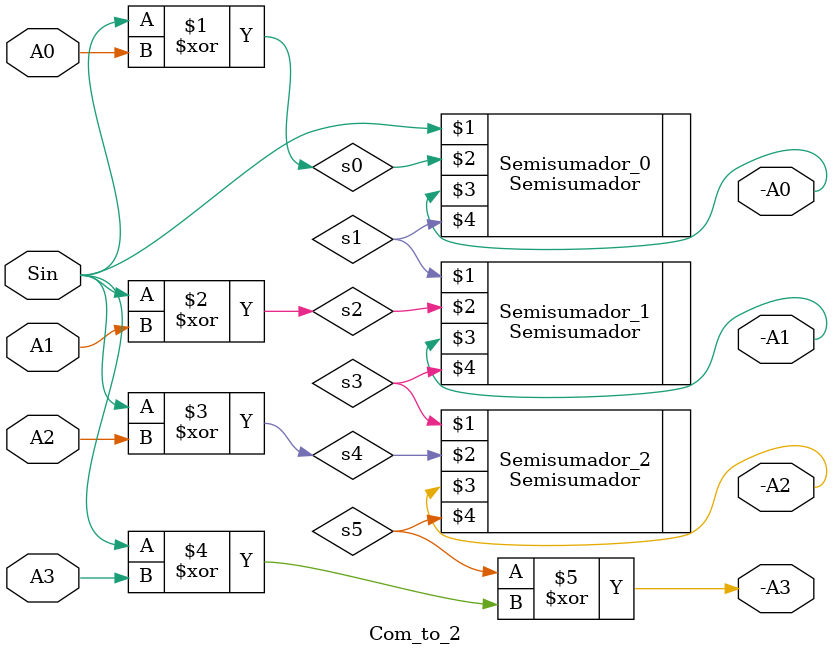
<source format=v>
module Com_to_2 (
  input A0,
  input A1,
  input A2,
  input A3,
  input Sin,
  output \-A0 ,
  output \-A1 ,
  output \-A2 ,
  output \-A3 
);
  wire s0;
  wire s1;
  wire s2;
  wire s3;
  wire s4;
  wire s5;
  assign s0 = (Sin ^ A0);
  assign s2 = (Sin ^ A1);
  assign s4 = (Sin ^ A2);
  
  Semisumador Semisumador_0 (Sin,s0,\-A0 ,s1);
  Semisumador Semisumador_1 (s1,s2,\-A1 ,s3);
  Semisumador Semisumador_2 (s3,s4,\-A2 ,s5);
  assign \-A3  = (s5 ^ (Sin ^ A3));
endmodule

</source>
